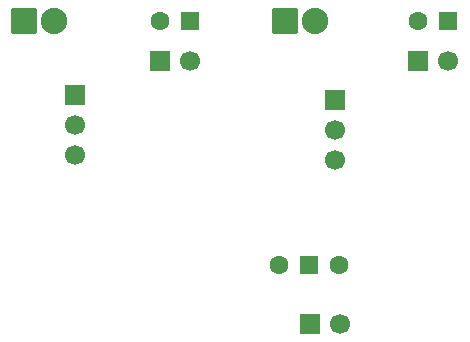
<source format=gbr>
%TF.GenerationSoftware,KiCad,Pcbnew,9.0.2*%
%TF.CreationDate,2025-07-30T16:59:03+09:00*%
%TF.ProjectId,ltr,6c74722e-6b69-4636-9164-5f7063625858,rev?*%
%TF.SameCoordinates,Original*%
%TF.FileFunction,Soldermask,Bot*%
%TF.FilePolarity,Negative*%
%FSLAX46Y46*%
G04 Gerber Fmt 4.6, Leading zero omitted, Abs format (unit mm)*
G04 Created by KiCad (PCBNEW 9.0.2) date 2025-07-30 16:59:03*
%MOMM*%
%LPD*%
G01*
G04 APERTURE LIST*
G04 Aperture macros list*
%AMRoundRect*
0 Rectangle with rounded corners*
0 $1 Rounding radius*
0 $2 $3 $4 $5 $6 $7 $8 $9 X,Y pos of 4 corners*
0 Add a 4 corners polygon primitive as box body*
4,1,4,$2,$3,$4,$5,$6,$7,$8,$9,$2,$3,0*
0 Add four circle primitives for the rounded corners*
1,1,$1+$1,$2,$3*
1,1,$1+$1,$4,$5*
1,1,$1+$1,$6,$7*
1,1,$1+$1,$8,$9*
0 Add four rect primitives between the rounded corners*
20,1,$1+$1,$2,$3,$4,$5,0*
20,1,$1+$1,$4,$5,$6,$7,0*
20,1,$1+$1,$6,$7,$8,$9,0*
20,1,$1+$1,$8,$9,$2,$3,0*%
G04 Aperture macros list end*
%ADD10RoundRect,0.250000X0.550000X0.550000X-0.550000X0.550000X-0.550000X-0.550000X0.550000X-0.550000X0*%
%ADD11C,1.600000*%
%ADD12RoundRect,0.250000X-0.870000X-0.870000X0.870000X-0.870000X0.870000X0.870000X-0.870000X0.870000X0*%
%ADD13C,2.240000*%
%ADD14R,1.700000X1.700000*%
%ADD15C,1.700000*%
%ADD16R,1.500000X1.500000*%
G04 APERTURE END LIST*
D10*
%TO.C,D4*%
X128385000Y-57185000D03*
D11*
X125845000Y-57185000D03*
%TD*%
D12*
%TO.C,D3*%
X114520000Y-57185000D03*
D13*
X117060000Y-57185000D03*
%TD*%
D14*
%TO.C,J3*%
X103920000Y-60535000D03*
D15*
X106460000Y-60535000D03*
%TD*%
D14*
%TO.C,J4*%
X125845000Y-60535000D03*
D15*
X128385000Y-60535000D03*
%TD*%
D12*
%TO.C,D1*%
X92480000Y-57195000D03*
D13*
X95020000Y-57195000D03*
%TD*%
D14*
%TO.C,J5*%
X116620000Y-82825000D03*
D15*
X119160000Y-82825000D03*
%TD*%
D14*
%TO.C,J1*%
X96760000Y-63485000D03*
D15*
X96760000Y-66025000D03*
X96760000Y-68565000D03*
%TD*%
D10*
%TO.C,D2*%
X106460000Y-57195000D03*
D11*
X103920000Y-57195000D03*
%TD*%
D16*
%TO.C,SW1*%
X116610000Y-77875000D03*
D11*
X114070000Y-77875000D03*
X119150000Y-77875000D03*
%TD*%
D14*
%TO.C,J2*%
X118760000Y-63870000D03*
D15*
X118760000Y-66410000D03*
X118760000Y-68950000D03*
%TD*%
M02*

</source>
